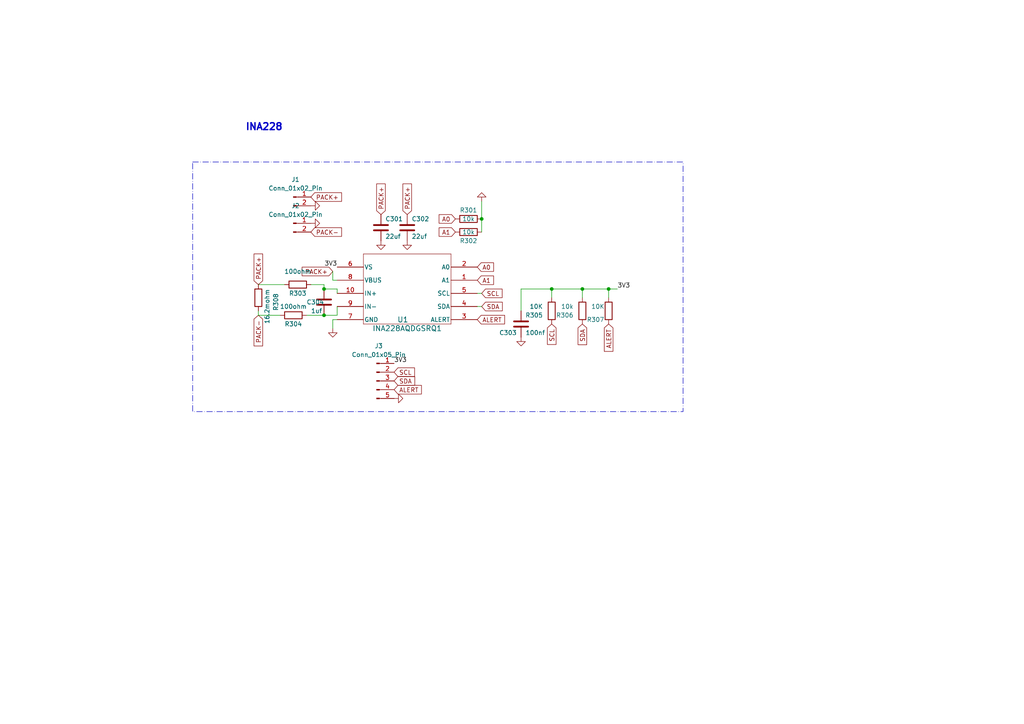
<source format=kicad_sch>
(kicad_sch (version 20230121) (generator eeschema)
  (paper "A4")
  (lib_symbols
    (symbol "Connector:Conn_01x02_Pin" (pin_names (offset 1.016) hide)
      (property "Reference" "J" (at 0 2.54 0))
      (property "Value" "Conn_01x02_Pin" (at 0 -5.08 0))
      (symbol "Conn_01x02_Pin_1_1"
        (polyline (pts (xy 1.27 -2.54) (xy 0.8636 -2.54)) (stroke (width 0.1524)))
        (polyline (pts (xy 1.27 0) (xy 0.8636 0)) (stroke (width 0.1524)))
        (rectangle (start 0.8636 -2.413) (end 0 -2.667) (stroke (width 0.1524)) (fill (type outline)))
        (rectangle (start 0.8636 0.127) (end 0 -0.127) (stroke (width 0.1524)) (fill (type outline)))
        (pin passive line (at 5.08 0 180) (length 3.81) (name "Pin_1") (number "1"))
        (pin passive line (at 5.08 -2.54 180) (length 3.81) (name "Pin_2") (number "2"))
      )
    )
    (symbol "Connector:Conn_01x05_Pin" (pin_names (offset 1.016) hide)
      (property "Reference" "J" (at 0 7.62 0))
      (property "Value" "Conn_01x05_Pin" (at 0 -7.62 0))
      (symbol "Conn_01x05_Pin_1_1"
        (polyline (pts (xy 1.27 -5.08) (xy 0.8636 -5.08)) (stroke (width 0.1524)))
        (polyline (pts (xy 1.27 -2.54) (xy 0.8636 -2.54)) (stroke (width 0.1524)))
        (polyline (pts (xy 1.27 0) (xy 0.8636 0)) (stroke (width 0.1524)))
        (polyline (pts (xy 1.27 2.54) (xy 0.8636 2.54)) (stroke (width 0.1524)))
        (polyline (pts (xy 1.27 5.08) (xy 0.8636 5.08)) (stroke (width 0.1524)))
        (rectangle (start 0.8636 -4.953) (end 0 -5.207) (stroke (width 0.1524)) (fill (type outline)))
        (rectangle (start 0.8636 -2.413) (end 0 -2.667) (stroke (width 0.1524)) (fill (type outline)))
        (rectangle (start 0.8636 0.127) (end 0 -0.127) (stroke (width 0.1524)) (fill (type outline)))
        (rectangle (start 0.8636 2.667) (end 0 2.413) (stroke (width 0.1524)) (fill (type outline)))
        (rectangle (start 0.8636 5.207) (end 0 4.953) (stroke (width 0.1524)) (fill (type outline)))
        (pin passive line (at 5.08 5.08 180) (length 3.81) (name "Pin_1") (number "1"))
        (pin passive line (at 5.08 2.54 180) (length 3.81) (name "Pin_2") (number "2"))
        (pin passive line (at 5.08 0 180) (length 3.81) (name "Pin_3") (number "3"))
        (pin passive line (at 5.08 -2.54 180) (length 3.81) (name "Pin_4") (number "4"))
        (pin passive line (at 5.08 -5.08 180) (length 3.81) (name "Pin_5") (number "5"))
      )
    )
    (symbol "Device:C" (pin_numbers hide) (pin_names (offset 0.254))
      (property "Reference" "C" (at 0.635 2.54 0))
      (property "Value" "C" (at 0.635 -2.54 0))
      (symbol "C_0_1"
        (polyline (pts (xy -2.032 -0.762) (xy 2.032 -0.762)) (stroke (width 0.508)))
        (polyline (pts (xy -2.032 0.762) (xy 2.032 0.762)) (stroke (width 0.508)))
      )
      (symbol "C_1_1"
        (pin passive line (at 0 3.81 270) (length 2.794) (name "~") (number "1"))
        (pin passive line (at 0 -3.81 90) (length 2.794) (name "~") (number "2"))
      )
    )
    (symbol "Device:R" (pin_numbers hide) (pin_names (offset 0))
      (property "Reference" "R" (at 2.032 0 90))
      (property "Value" "R" (at 0 0 90))
      (symbol "R_0_1"
        (rectangle (start -1.016 -2.54) (end 1.016 2.54) (stroke (width 0.254)))
      )
      (symbol "R_1_1"
        (pin passive line (at 0 3.81 270) (length 1.27) (name "~") (number "1"))
        (pin passive line (at 0 -3.81 90) (length 1.27) (name "~") (number "2"))
      )
    )
    (symbol "INA:INA228AQDGSRQ1" (pin_names (offset 0.254))
      (property "Reference" "U1" (at 11.43 -1.27 0))
      (property "Value" "INA228AQDGSRQ1" (at 11.43 2.54 0))
      (symbol "INA228AQDGSRQ1_0_1"
        (polyline (pts (xy -1.27 -15.24) (xy 24.13 -15.24)) (stroke (width 0.127)))
        (polyline (pts (xy -1.27 5.08) (xy -1.27 -15.24)) (stroke (width 0.127)))
        (polyline (pts (xy 24.13 -15.24) (xy 24.13 5.08)) (stroke (width 0.127)))
        (polyline (pts (xy 24.13 5.08) (xy -1.27 5.08)) (stroke (width 0.127)))
        (pin input line (at -8.89 -6.35 0) (length 7.62) (name "IN+") (number "10"))
        (pin bidirectional line (at 31.75 1.27 180) (length 7.62) (name "A0") (number "2"))
        (pin output line (at 31.75 -13.97 180) (length 7.62) (name "ALERT") (number "3"))
        (pin input line (at 31.75 -6.35 180) (length 7.62) (name "SCL") (number "5"))
        (pin power_in line (at -8.89 1.27 0) (length 7.62) (name "VS") (number "6"))
        (pin input line (at -8.89 -10.16 0) (length 7.62) (name "IN-") (number "9"))
      )
      (symbol "INA228AQDGSRQ1_1_1"
        (pin bidirectional line (at 31.75 -2.54 180) (length 7.62) (name "A1") (number "1"))
        (pin bidirectional line (at 31.75 -10.16 180) (length 7.62) (name "SDA") (number "4"))
        (pin power_out line (at -8.89 -13.97 0) (length 7.62) (name "GND") (number "7"))
        (pin power_in line (at -8.89 -2.54 0) (length 7.62) (name "VBUS") (number "8"))
      )
    )
    (symbol "power:GND" (power) (pin_names (offset 0))
      (property "Value" "GND" (at 0 -3.81 0))
      (symbol "GND_0_1"
        (polyline (pts (xy 0 0) (xy 0 -1.27) (xy 1.27 -1.27) (xy 0 -2.54) (xy -1.27 -1.27) (xy 0 -1.27)))
      )
      (symbol "GND_1_1"
        (pin power_in line (at 0 0 270) (length 0) hide (name "GND") (number "1"))
      )
    )
  )
  (junction (at 139.7 63.5))
  (junction (at 160.02 83.82))
  (junction (at 93.98 83.82))
  (junction (at 176.53 83.82))
  (junction (at 93.98 91.44))
  (junction (at 168.91 83.82))
  (wire (pts (xy 139.7 58.42) (xy 139.7 63.5)))
  (wire (pts (xy 90.17 82.55) (xy 93.98 82.55)))
  (wire (pts (xy 139.7 63.5) (xy 139.7 67.31)))
  (wire (pts (xy 74.93 82.55) (xy 82.55 82.55)))
  (wire (pts (xy 96.52 95.25) (xy 96.52 92.71)))
  (wire (pts (xy 160.02 83.82) (xy 151.13 83.82)))
  (wire (pts (xy 97.79 83.82) (xy 93.98 83.82)))
  (wire (pts (xy 176.53 83.82) (xy 179.07 83.82)))
  (wire (pts (xy 151.13 90.17) (xy 151.13 83.82)))
  (wire (pts (xy 88.9 91.44) (xy 93.98 91.44)))
  (wire (pts (xy 93.98 82.55) (xy 93.98 83.82)))
  (wire (pts (xy 74.93 91.44) (xy 74.93 90.17)))
  (wire (pts (xy 168.91 86.36) (xy 168.91 83.82)))
  (wire (pts (xy 139.7 85.09) (xy 138.43 85.09)))
  (wire (pts (xy 97.79 91.44) (xy 93.98 91.44)))
  (wire (pts (xy 160.02 83.82) (xy 160.02 86.36)))
  (wire (pts (xy 96.52 78.74) (xy 96.52 81.28)))
  (wire (pts (xy 97.79 85.09) (xy 97.79 83.82)))
  (wire (pts (xy 176.53 83.82) (xy 168.91 83.82)))
  (wire (pts (xy 139.7 88.9) (xy 138.43 88.9)))
  (wire (pts (xy 96.52 92.71) (xy 97.79 92.71)))
  (wire (pts (xy 176.53 86.36) (xy 176.53 83.82)))
  (wire (pts (xy 81.28 91.44) (xy 74.93 91.44)))
  (wire (pts (xy 97.79 88.9) (xy 97.79 91.44)))
  (wire (pts (xy 168.91 83.82) (xy 160.02 83.82)))
  (wire (pts (xy 96.52 81.28) (xy 97.79 81.28)))
  (rectangle (start 55.88 46.99) (end 198.12 119.38) (stroke (width 0) (type dash_dot)))
  (text "INA228" (at 71.12 38.1 0) (effects (font (size 2 2) (thickness 0.4) bold) (justify left bottom)))
  (label "3V3" (at 114.3 105.41 0))
  (label "3V3" (at 97.79 77.47 180))
  (label "3V3" (at 179.07 83.82 0))
  (global_label "PACK+" (shape input) (at 96.52 78.74 180) (property "Intersheetrefs" "${INTERSHEET_REFS}" (effects hide)))
  (global_label "A0" (shape input) (at 132.08 63.5 180) (property "Intersheetrefs" "${INTERSHEET_REFS}" (effects hide)))
  (global_label "ALERT" (shape input) (at 114.3 113.03 0) (property "Intersheetrefs" "${INTERSHEET_REFS}" (effects hide)))
  (global_label "PACK-" (shape input) (at 74.93 91.44 270) (property "Intersheetrefs" "${INTERSHEET_REFS}" (effects hide)))
  (global_label "A1" (shape input) (at 138.43 81.28 0) (property "Intersheetrefs" "${INTERSHEET_REFS}" (effects hide)))
  (global_label "PACK+" (shape input) (at 118.11 62.23 90) (property "Intersheetrefs" "${INTERSHEET_REFS}" (effects hide)))
  (global_label "PACK+" (shape input) (at 90.17 57.15 0) (property "Intersheetrefs" "${INTERSHEET_REFS}" (effects hide)))
  (global_label "SCL" (shape input) (at 160.02 93.98 270) (property "Intersheetrefs" "${INTERSHEET_REFS}" (effects hide)))
  (global_label "SDA" (shape input) (at 168.91 93.98 270) (property "Intersheetrefs" "${INTERSHEET_REFS}" (effects hide)))
  (global_label "SDA" (shape input) (at 139.7 88.9 0) (property "Intersheetrefs" "${INTERSHEET_REFS}" (effects hide)))
  (global_label "A0" (shape input) (at 138.43 77.47 0) (property "Intersheetrefs" "${INTERSHEET_REFS}" (effects hide)))
  (global_label "SCL" (shape input) (at 114.3 107.95 0) (property "Intersheetrefs" "${INTERSHEET_REFS}" (effects hide)))
  (global_label "ALERT" (shape input) (at 176.53 93.98 270) (property "Intersheetrefs" "${INTERSHEET_REFS}" (effects hide)))
  (global_label "SDA" (shape input) (at 114.3 110.49 0) (property "Intersheetrefs" "${INTERSHEET_REFS}" (effects hide)))
  (global_label "A1" (shape input) (at 132.08 67.31 180) (property "Intersheetrefs" "${INTERSHEET_REFS}" (effects hide)))
  (global_label "PACK+" (shape input) (at 110.49 62.23 90) (property "Intersheetrefs" "${INTERSHEET_REFS}" (effects hide)))
  (global_label "PACK-" (shape input) (at 90.17 67.31 0) (property "Intersheetrefs" "${INTERSHEET_REFS}" (effects hide)))
  (global_label "SCL" (shape input) (at 139.7 85.09 0) (property "Intersheetrefs" "${INTERSHEET_REFS}" (effects hide)))
  (global_label "ALERT" (shape input) (at 138.43 92.71 0) (property "Intersheetrefs" "${INTERSHEET_REFS}" (effects hide)))
  (global_label "PACK+" (shape input) (at 74.93 82.55 90) (property "Intersheetrefs" "${INTERSHEET_REFS}" (effects hide)))
  (symbol (lib_id "power:GND") (at 96.52 95.25 0) (unit 1)
    (property "Reference" "#PWR01" (effects hide))
    (property "Value" "GND" (effects hide))
  )
  (symbol (lib_id "Connector:Conn_01x02_Pin") (at 85.09 64.77 0) (unit 1)
    (property "Reference" "J2" (at 85.725 59.69 0))
    (property "Value" "Conn_01x02_Pin" (at 85.725 62.23 0))
    (property "Footprint" "Connector:JWT_A3963_1x02_P3.96mm_Vertical" (effects hide))
  )
  (symbol (lib_id "Device:R") (at 135.89 63.5 90) (unit 1)
    (property "Reference" "R301" (at 135.89 60.96 90))
    (property "Value" "10k" (at 135.89 63.5 90))
    (property "Footprint" "Resistor_SMD:R_0603_1608Metric_Pad0.98x0.95mm_HandSolder" (effects hide))
  )
  (symbol (lib_id "power:GND") (at 139.7 58.42 180) (unit 1)
    (property "Reference" "#PWR04" (effects hide))
    (property "Value" "GND" (effects hide))
  )
  (symbol (lib_id "power:GND") (at 114.3 115.57 90) (unit 1)
    (property "Reference" "#PWR08" (effects hide))
    (property "Value" "GND" (effects hide))
  )
  (symbol (lib_id "Device:R") (at 168.91 90.17 180) (unit 1)
    (property "Reference" "R306" (at 166.37 91.44 0) (effects (justify left)))
    (property "Value" "10k" (at 166.37 88.9 0) (effects (justify left)))
    (property "Footprint" "Resistor_SMD:R_0603_1608Metric_Pad0.98x0.95mm_HandSolder" (effects hide))
  )
  (symbol (lib_id "Device:R") (at 74.93 86.36 0) (unit 1)
    (property "Reference" "R308" (at 80.01 90.17 90) (effects (justify left)))
    (property "Value" "16.2mohm" (at 77.47 93.98 90) (effects (justify left)))
    (property "Footprint" "Resistor_SMD:R_1210_3225Metric_Pad1.30x2.65mm_HandSolder" (effects hide))
  )
  (symbol (lib_id "Device:R") (at 176.53 90.17 180) (unit 1)
    (property "Reference" "R307" (at 170.18 92.71 0) (effects (justify right)))
    (property "Value" "10K" (at 171.45 88.9 0) (effects (justify right)))
    (property "Footprint" "Resistor_SMD:R_0603_1608Metric_Pad0.98x0.95mm_HandSolder" (effects hide))
  )
  (symbol (lib_id "power:GND") (at 151.13 97.79 0) (unit 1)
    (property "Reference" "#PWR05" (effects hide))
    (property "Value" "GND" (effects hide))
  )
  (symbol (lib_id "INA:INA228AQDGSRQ1") (at 106.68 78.74 0) (unit 1)
    (property "Reference" "U1" (at 116.84 92.71 0) (effects (font (size 1.524 1.524))))
    (property "Value" "INA228AQDGSRQ1" (at 118.11 95.25 0) (effects (font (size 1.524 1.524))))
    (property "Footprint" "Package_SO:VSSOP-10_3x3mm_P0.5mm" (effects hide))
    (property "Datasheet" "INA228AQDGSRQ1" (effects hide))
  )
  (symbol (lib_id "power:GND") (at 118.11 69.85 0) (unit 1)
    (property "Reference" "#PWR03" (effects hide))
    (property "Value" "GND" (effects hide))
  )
  (symbol (lib_id "Connector:Conn_01x02_Pin") (at 85.09 57.15 0) (unit 1)
    (property "Reference" "J1" (at 85.725 52.07 0))
    (property "Value" "Conn_01x02_Pin" (at 85.725 54.61 0))
    (property "Footprint" "Connector:JWT_A3963_1x02_P3.96mm_Vertical" (effects hide))
  )
  (symbol (lib_id "Device:C") (at 93.98 87.63 0) (unit 1)
    (property "Reference" "C304" (at 88.9 87.63 0) (effects (justify left)))
    (property "Value" "1uf" (at 90.17 90.17 0) (effects (justify left)))
    (property "Footprint" "Capacitor_SMD:C_0402_1005Metric_Pad0.74x0.62mm_HandSolder" (effects hide))
  )
  (symbol (lib_id "power:GND") (at 110.49 69.85 0) (unit 1)
    (property "Reference" "#PWR02" (effects hide))
    (property "Value" "GND" (effects hide))
  )
  (symbol (lib_id "power:GND") (at 90.17 59.69 90) (unit 1)
    (property "Reference" "#PWR07" (effects hide))
    (property "Value" "GND" (effects hide))
  )
  (symbol (lib_id "Device:R") (at 86.36 82.55 90) (unit 1)
    (property "Reference" "R303" (at 86.36 85.09 90))
    (property "Value" "100ohm" (at 86.36 78.74 90))
    (property "Footprint" "Resistor_SMD:R_0603_1608Metric_Pad0.98x0.95mm_HandSolder" (effects hide))
  )
  (symbol (lib_id "Device:C") (at 151.13 93.98 0) (unit 1)
    (property "Reference" "C303" (at 144.78 96.52 0) (effects (justify left)))
    (property "Value" "100nf" (at 152.4 96.52 0) (effects (justify left)))
    (property "Footprint" "Capacitor_SMD:C_0805_2012Metric_Pad1.18x1.45mm_HandSolder" (effects hide))
  )
  (symbol (lib_id "power:GND") (at 90.17 64.77 90) (unit 1)
    (property "Reference" "#PWR06" (effects hide))
    (property "Value" "GND" (effects hide))
  )
  (symbol (lib_id "Connector:Conn_01x05_Pin") (at 109.22 110.49 0) (unit 1)
    (property "Reference" "J3" (at 109.855 100.33 0))
    (property "Value" "Conn_01x05_Pin" (at 109.855 102.87 0))
    (property "Footprint" "Connector_PinHeader_1.00mm:PinHeader_1x05_P1.00mm_Vertical" (effects hide))
  )
  (symbol (lib_id "Device:R") (at 160.02 90.17 180) (unit 1)
    (property "Reference" "R305" (at 157.48 91.44 0) (effects (justify left)))
    (property "Value" "10K" (at 157.48 88.9 0) (effects (justify left)))
    (property "Footprint" "Resistor_SMD:R_0603_1608Metric_Pad0.98x0.95mm_HandSolder" (effects hide))
  )
  (symbol (lib_id "Device:R") (at 135.89 67.31 90) (unit 1)
    (property "Reference" "R302" (at 135.89 69.85 90))
    (property "Value" "10k" (at 135.89 67.31 90))
    (property "Footprint" "Resistor_SMD:R_0603_1608Metric_Pad0.98x0.95mm_HandSolder" (effects hide))
  )
  (symbol (lib_id "Device:C") (at 118.11 66.04 0) (unit 1)
    (property "Reference" "C302" (at 119.38 63.5 0) (effects (justify left)))
    (property "Value" "22uf" (at 119.38 68.58 0) (effects (justify left)))
    (property "Footprint" "Capacitor_SMD:C_0603_1608Metric_Pad1.08x0.95mm_HandSolder" (effects hide))
  )
  (symbol (lib_id "Device:C") (at 110.49 66.04 0) (unit 1)
    (property "Reference" "C301" (at 111.76 63.5 0) (effects (justify left)))
    (property "Value" "22uf" (at 111.76 68.58 0) (effects (justify left)))
    (property "Footprint" "Capacitor_SMD:C_0603_1608Metric_Pad1.08x0.95mm_HandSolder" (effects hide))
  )
  (symbol (lib_id "Device:R") (at 85.09 91.44 90) (unit 1)
    (property "Reference" "R304" (at 85.09 93.98 90))
    (property "Value" "100ohm" (at 85.09 88.9 90))
    (property "Footprint" "Resistor_SMD:R_0603_1608Metric_Pad0.98x0.95mm_HandSolder" (effects hide))
  )
)
</source>
